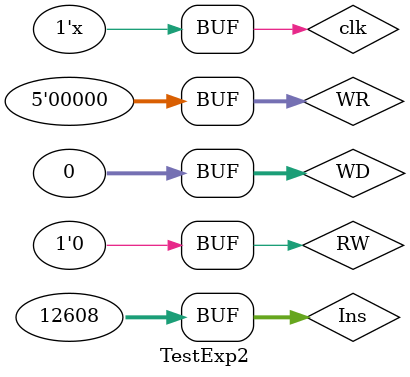
<source format=v>
`timescale 1ns / 1ps


module TestExp2;

	// Inputs
	reg clk;
	reg [0:31] Ins;

reg [0:4] WR;
reg [0:31] WD;
reg RW;
wire [0:31] RD1,RD2;
wire [0:31] Out;
	// Instantiate the Unit Under Test (UUT)
	MainExperiment2 uut (
		.clk(clk), 
		.Ins(Ins),.WR(WR),.WD(WD),.RW(RW),.RD1(RD1),.RD2(RD2),.Out(Out)
	);

	initial begin
		// Initialize Inputs
		clk = 0;
		Ins = 0;

		// Wait 100 ns for global reset to finish
		#100;
        
		// Add stimulus here

	end
	always
	begin
	
	# 100 begin clk = ~clk;
	         Ins = 32'b00000000000000000001000001000000; 
	         WR = 5'b00001;
	         WD = 32'b00000000000000000000000000000101;
	         RW = 1;
	end
	
	# 100 begin clk = ~clk;
	         Ins = 32'b00000000000000000100000000000000; 
	         WR = 0;
	         WD = 0;
	         RW = 0;
	end
	# 100 begin clk = ~clk;
	         Ins = 32'b00000000000000000001000001000000; 
	         WR = 5'b00000;
	         WD = 32'b00000000000000000000000000000001;
	         RW = 1;
	end
	# 100 begin clk = ~clk;
	         Ins = 32'b00000000000000000010000011000000; 
	         WR = 0;
	         WD = 0;
	         RW = 0;
	end
	# 100 begin clk = ~clk;
	         Ins = 32'b00000000000000000011000101000000; 
	         WR = 0;
	         WD = 0;
	         RW = 0;
	end
	
	end
      
endmodule


</source>
